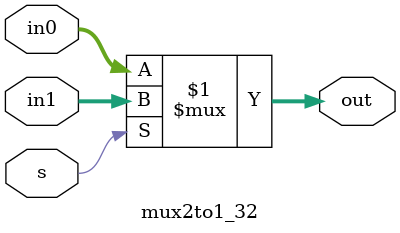
<source format=v>
`default_nettype none

module mux2to1(output out, input s, input in0, input in1);
    assign out = s ? in1 : in0;
endmodule

module mux2to1_5(output [4:0] out, input s, input [4:0] in0, input [4:0] in1);
    assign out = s ? in1 : in0;
endmodule

module mux2to1_32(output [31:0] out, input s, input [31:0] in0, input [31:0] in1);
    assign out = s ? in1 : in0;
endmodule

</source>
